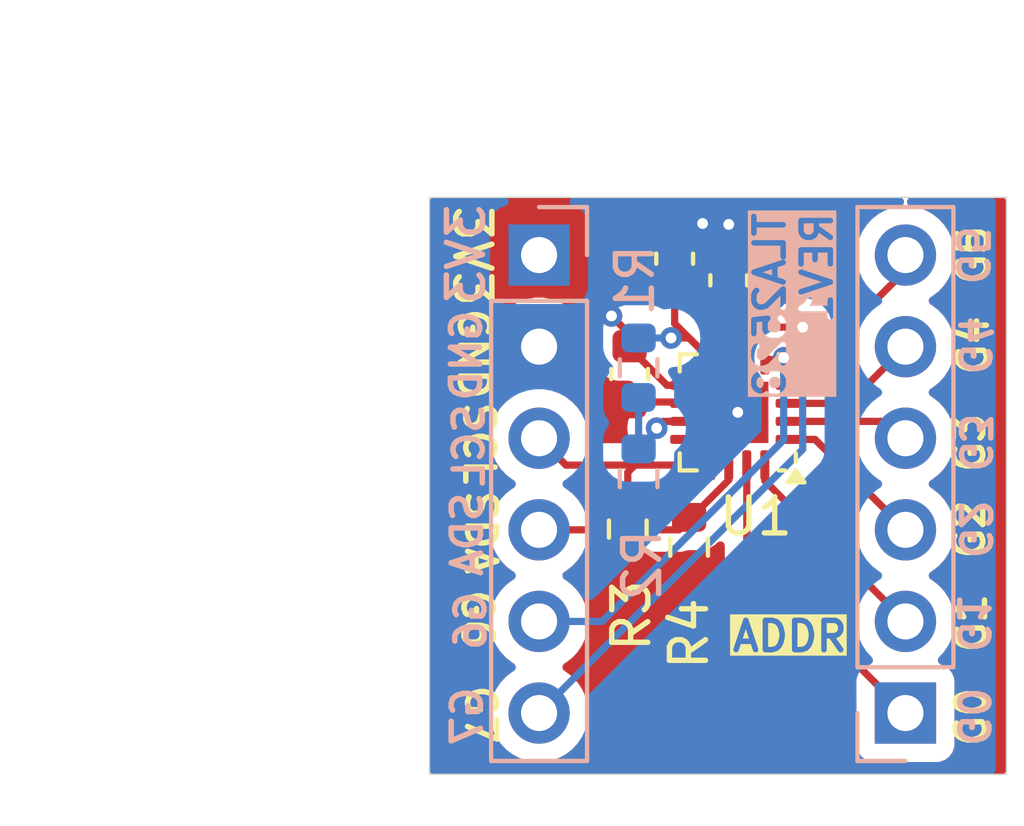
<source format=kicad_pcb>
(kicad_pcb (version 20240108) (generator "pcbnew") (generator_version "8.0")
  (title_block (rev "1"))
  (layers (0 "F.Cu" signal "Front") (31 "B.Cu" signal "Back") (34 "B.Paste" user) (35 "F.Paste" user) (36 "B.SilkS" user "B.Silkscreen") (37 "F.SilkS" user "F.Silkscreen") (38 "B.Mask" user) (39 "F.Mask" user) (44 "Edge.Cuts" user))
  (net 0 "")
  (net 1 "GND")
  (net 2 "+3V3")
  (net 3 "/DECAP")
  (net 4 "/ADDR")
  (net 5 "/SCL")
  (net 6 "/SDA")
  (net 7 "/GPIO0")
  (net 8 "/GPIO3")
  (net 9 "/GPIO6")
  (net 10 "/GPIO4")
  (net 11 "/GPIO2")
  (net 13 "/GPIO7")
  (net 14 "/GPIO5")
  (net 15 "/GPIO1")
  (footprint "Capacitor_SMD:C_0603_1608Metric" (layer "F.Cu") (at 133.3 101.7 -90)
    (property "Reference" "C2" (hide yes))
    (property "Value" "2.2uF")
    (fp_line (start -0.14058 0.51) (end 0.14058 0.51) (stroke (width 0.12)) (layer "F.SilkS"))
    (fp_line (start -0.14058 -0.51) (end 0.14058 -0.51) (stroke (width 0.12)) (layer "F.SilkS"))
    (pad "1" smd roundrect (at -0.775 0 270) (size 0.9 0.95) (layers "F.Cu" "F.Paste" "F.Mask") (net 1 "GND"))
    (pad "2" smd roundrect (at 0.775 0 270) (size 0.9 0.95) (layers "F.Cu" "F.Paste" "F.Mask") (net 3 "/DECAP"))
  )
  (footprint "Package_DFN_QFN:QFN-16-1EP_3x3mm_P0.5mm_EP1.7x1.7mm" (layer "F.Cu") (at 135.05 105.9625 180)
    (property "Reference" "U1" (at -0.5 -2.8875 0) (layer "F.SilkS"))
    (property "Value" "TLA2528")
    (fp_line (start 1.61 1.61) (end 1.61 1.135) (stroke (width 0.12)) (layer "F.SilkS"))
    (fp_line (start 1.61 -1.61) (end 1.61 -1.135) (stroke (width 0.12)) (layer "F.SilkS"))
    (fp_line (start 1.135 1.61) (end 1.61 1.61) (stroke (width 0.12)) (layer "F.SilkS"))
    (fp_line (start 1.135 -1.61) (end 1.61 -1.61) (stroke (width 0.12)) (layer "F.SilkS"))
    (fp_line (start -1.135 1.61) (end -1.61 1.61) (stroke (width 0.12)) (layer "F.SilkS"))
    (fp_line (start -1.135 -1.61) (end -1.31 -1.61) (stroke (width 0.12)) (layer "F.SilkS"))
    (fp_line (start -1.61 1.61) (end -1.61 1.135) (stroke (width 0.12)) (layer "F.SilkS"))
    (fp_line (start -1.61 -1.135) (end -1.61 -1.37) (stroke (width 0.12)) (layer "F.SilkS"))
    (fp_poly (pts (xy -1.61 -1.61) (xy -1.85 -1.94) (xy -1.37 -1.94) (xy -1.61 -1.61)) (stroke (width 0.12)) (fill solid) (layer "F.SilkS"))
    (pad "1" smd roundrect (at -1.4625 -0.75 180) (size 0.825 0.25) (layers "F.Cu" "F.Paste" "F.Mask") (net 11 "/GPIO2"))
    (pad "2" smd roundrect (at -1.4625 -0.25 180) (size 0.825 0.25) (layers "F.Cu" "F.Paste" "F.Mask") (net 8 "/GPIO3"))
    (pad "3" smd roundrect (at -1.4625 0.25 180) (size 0.825 0.25) (layers "F.Cu" "F.Paste" "F.Mask") (net 10 "/GPIO4"))
    (pad "4" smd roundrect (at -1.4625 0.75 180) (size 0.825 0.25) (layers "F.Cu" "F.Paste" "F.Mask") (net 14 "/GPIO5"))
    (pad "5" smd roundrect (at -0.75 1.4625 180) (size 0.25 0.825) (layers "F.Cu" "F.Paste" "F.Mask") (net 9 "/GPIO6"))
    (pad "6" smd roundrect (at -0.25 1.4625 180) (size 0.25 0.825) (layers "F.Cu" "F.Paste" "F.Mask") (net 13 "/GPIO7"))
    (pad "7" smd roundrect (at 0.25 1.4625 180) (size 0.25 0.825) (layers "F.Cu" "F.Paste" "F.Mask") (net 2 "+3V3"))
    (pad "8" smd roundrect (at 0.75 1.4625 180) (size 0.25 0.825) (layers "F.Cu" "F.Paste" "F.Mask") (net 3 "/DECAP"))
    (pad "9" smd roundrect (at 1.4625 0.75 180) (size 0.825 0.25) (layers "F.Cu" "F.Paste" "F.Mask") (net 1 "GND"))
    (pad "10" smd roundrect (at 1.4625 0.25 180) (size 0.825 0.25) (layers "F.Cu" "F.Paste" "F.Mask") (net 2 "+3V3"))
    (pad "11" smd roundrect (at 1.4625 -0.25 180) (size 0.825 0.25) (layers "F.Cu" "F.Paste" "F.Mask") (net 4 "/ADDR"))
    (pad "12" smd roundrect (at 1.4625 -0.75 180) (size 0.825 0.25) (layers "F.Cu" "F.Paste" "F.Mask"))
    (pad "13" smd roundrect (at 0.75 -1.4625 180) (size 0.25 0.825) (layers "F.Cu" "F.Paste" "F.Mask") (net 5 "/SCL"))
    (pad "14" smd roundrect (at 0.25 -1.4625 180) (size 0.25 0.825) (layers "F.Cu" "F.Paste" "F.Mask") (net 6 "/SDA"))
    (pad "15" smd roundrect (at -0.25 -1.4625 180) (size 0.25 0.825) (layers "F.Cu" "F.Paste" "F.Mask") (net 7 "/GPIO0"))
    (pad "16" smd roundrect (at -0.75 -1.4625 180) (size 0.25 0.825) (layers "F.Cu" "F.Paste" "F.Mask") (net 15 "/GPIO1"))
    (pad "17" smd rect (at 0 0 180) (size 1.7 1.7) (property pad_prop_heatsink) (layers "F.Cu" "F.Mask") (net 1 "GND"))
  )
  (footprint "Resistor_SMD:R_0603_1608Metric" (layer "F.Cu") (at 132 109.2 -90)
    (property "Reference" "R3" (at 2.4 -0.1 90) (layer "F.SilkS"))
    (property "Value" "10k")
    (fp_line (start -0.237258 0.5225) (end 0.237258 0.5225) (stroke (width 0.12)) (layer "F.SilkS"))
    (fp_line (start -0.237258 -0.5225) (end 0.237258 -0.5225) (stroke (width 0.12)) (layer "F.SilkS"))
    (pad "1" smd roundrect (at -0.825 0 270) (size 0.8 0.95) (layers "F.Cu" "F.Paste" "F.Mask") (net 5 "/SCL"))
    (pad "2" smd roundrect (at 0.825 0 270) (size 0.8 0.95) (layers "F.Cu" "F.Paste" "F.Mask") (net 2 "+3V3"))
  )
  (footprint "Capacitor_SMD:C_0603_1608Metric" (layer "F.Cu") (at 132.05 104.9 -90)
    (property "Reference" "C3" (hide yes))
    (property "Value" "2.2uF")
    (fp_line (start -0.14058 0.51) (end 0.14058 0.51) (stroke (width 0.12)) (layer "F.SilkS"))
    (fp_line (start -0.14058 -0.51) (end 0.14058 -0.51) (stroke (width 0.12)) (layer "F.SilkS"))
    (pad "1" smd roundrect (at -0.775 0 270) (size 0.9 0.95) (layers "F.Cu" "F.Paste" "F.Mask") (net 1 "GND"))
    (pad "2" smd roundrect (at 0.775 0 270) (size 0.9 0.95) (layers "F.Cu" "F.Paste" "F.Mask") (net 2 "+3V3"))
  )
  (footprint "Resistor_SMD:R_0603_1608Metric" (layer "F.Cu") (at 133.7 109.7 -90)
    (property "Reference" "R4" (at 2.4 0 90) (layer "F.SilkS"))
    (property "Value" "10k")
    (fp_line (start -0.237258 0.5225) (end 0.237258 0.5225) (stroke (width 0.12)) (layer "F.SilkS"))
    (fp_line (start -0.237258 -0.5225) (end 0.237258 -0.5225) (stroke (width 0.12)) (layer "F.SilkS"))
    (pad "1" smd roundrect (at -0.825 0 270) (size 0.8 0.95) (layers "F.Cu" "F.Paste" "F.Mask") (net 6 "/SDA"))
    (pad "2" smd roundrect (at 0.825 0 270) (size 0.8 0.95) (layers "F.Cu" "F.Paste" "F.Mask") (net 2 "+3V3"))
  )
  (footprint "Capacitor_SMD:C_0603_1608Metric" (layer "F.Cu") (at 134.8 102.3 -90)
    (property "Reference" "C1" (hide yes))
    (property "Value" "2.2uF")
    (fp_line (start -0.14058 0.51) (end 0.14058 0.51) (stroke (width 0.12)) (layer "F.SilkS"))
    (fp_line (start -0.14058 -0.51) (end 0.14058 -0.51) (stroke (width 0.12)) (layer "F.SilkS"))
    (pad "1" smd roundrect (at -0.775 0 270) (size 0.9 0.95) (layers "F.Cu" "F.Paste" "F.Mask") (net 1 "GND"))
    (pad "2" smd roundrect (at 0.775 0 270) (size 0.9 0.95) (layers "F.Cu" "F.Paste" "F.Mask") (net 2 "+3V3"))
  )
  (footprint "Resistor_SMD:R_0603_1608Metric" (layer "B.Cu") (at 132.3 107.8 -90)
    (property "Reference" "R2" (at 2.4 -0.1 90) (layer "B.SilkS") (effects (justify mirror)))
    (property "Value" "TBD")
    (fp_line (start 0.237258 0.5225) (end -0.237258 0.5225) (stroke (width 0.12)) (layer "B.SilkS"))
    (fp_line (start 0.237258 -0.5225) (end -0.237258 -0.5225) (stroke (width 0.12)) (layer "B.SilkS"))
    (pad "1" smd roundrect (at -0.825 0 270) (size 0.8 0.95) (layers "B.Cu" "B.Paste" "B.Mask") (net 4 "/ADDR"))
    (pad "2" smd roundrect (at 0.825 0 270) (size 0.8 0.95) (layers "B.Cu" "B.Paste" "B.Mask") (net 1 "GND"))
  )
  (footprint "Resistor_SMD:R_0603_1608Metric" (layer "B.Cu") (at 132.3 104.725 -90)
    (property "Reference" "R1" (at -2.425 0.1 90) (layer "B.SilkS") (effects (justify mirror)))
    (property "Value" "TBD")
    (fp_line (start 0.237258 0.5225) (end -0.237258 0.5225) (stroke (width 0.12)) (layer "B.SilkS"))
    (fp_line (start 0.237258 -0.5225) (end -0.237258 -0.5225) (stroke (width 0.12)) (layer "B.SilkS"))
    (pad "1" smd roundrect (at -0.825 0 270) (size 0.8 0.95) (layers "B.Cu" "B.Paste" "B.Mask") (net 3 "/DECAP"))
    (pad "2" smd roundrect (at 0.825 0 270) (size 0.8 0.95) (layers "B.Cu" "B.Paste" "B.Mask") (net 4 "/ADDR"))
  )
  (footprint "Connector_PinHeader_2.54mm:PinHeader_1x06_P2.54mm_Vertical" (layer "B.Cu") (at 129.54 101.6 180)
    (property "Reference" "J2" (hide yes))
    (property "Value" "Conn_01x06")
    (fp_line (start 1.33 -1.27) (end -1.33 -1.27) (stroke (width 0.12)) (layer "B.SilkS"))
    (fp_line (start 1.33 -14.03) (end 1.33 -1.27) (stroke (width 0.12)) (layer "B.SilkS"))
    (fp_line (start 1.33 -14.03) (end -1.33 -14.03) (stroke (width 0.12)) (layer "B.SilkS"))
    (fp_line (start 0 1.33) (end -1.33 1.33) (stroke (width 0.12)) (layer "B.SilkS"))
    (fp_line (start -1.33 1.33) (end -1.33 0) (stroke (width 0.12)) (layer "B.SilkS"))
    (fp_line (start -1.33 -14.03) (end -1.33 -1.27) (stroke (width 0.12)) (layer "B.SilkS"))
    (pad "1" thru_hole rect (at 0 0 180) (size 1.7 1.7) (drill 1) (layers "*.Cu" "*.Mask") (net 2 "+3V3"))
    (pad "2" thru_hole oval (at 0 -2.54 180) (size 1.7 1.7) (drill 1) (layers "*.Cu" "*.Mask") (net 1 "GND"))
    (pad "3" thru_hole oval (at 0 -5.08 180) (size 1.7 1.7) (drill 1) (layers "*.Cu" "*.Mask") (net 5 "/SCL"))
    (pad "4" thru_hole oval (at 0 -7.62 180) (size 1.7 1.7) (drill 1) (layers "*.Cu" "*.Mask") (net 6 "/SDA"))
    (pad "5" thru_hole oval (at 0 -10.16 180) (size 1.7 1.7) (drill 1) (layers "*.Cu" "*.Mask") (net 9 "/GPIO6"))
    (pad "6" thru_hole oval (at 0 -12.7 180) (size 1.7 1.7) (drill 1) (layers "*.Cu" "*.Mask") (net 13 "/GPIO7"))
  )
  (footprint "Connector_PinHeader_2.54mm:PinHeader_1x06_P2.54mm_Vertical" (layer "B.Cu") (at 139.7 114.3)
    (property "Reference" "J1" (hide yes))
    (property "Value" "Conn_01x06")
    (fp_line (start -1.33 -14.03) (end -1.33 -1.27) (stroke (width 0.12)) (layer "B.SilkS"))
    (fp_line (start -1.33 1.33) (end -1.33 0) (stroke (width 0.12)) (layer "B.SilkS"))
    (fp_line (start 0 1.33) (end -1.33 1.33) (stroke (width 0.12)) (layer "B.SilkS"))
    (fp_line (start 1.33 -14.03) (end -1.33 -14.03) (stroke (width 0.12)) (layer "B.SilkS"))
    (fp_line (start 1.33 -14.03) (end 1.33 -1.27) (stroke (width 0.12)) (layer "B.SilkS"))
    (fp_line (start 1.33 -1.27) (end -1.33 -1.27) (stroke (width 0.12)) (layer "B.SilkS"))
    (pad "1" thru_hole rect (at 0 0) (size 1.7 1.7) (drill 1) (layers "*.Cu" "*.Mask") (net 7 "/GPIO0"))
    (pad "2" thru_hole oval (at 0 -2.54) (size 1.7 1.7) (drill 1) (layers "*.Cu" "*.Mask") (net 15 "/GPIO1"))
    (pad "3" thru_hole oval (at 0 -5.08) (size 1.7 1.7) (drill 1) (layers "*.Cu" "*.Mask") (net 11 "/GPIO2"))
    (pad "4" thru_hole oval (at 0 -7.62) (size 1.7 1.7) (drill 1) (layers "*.Cu" "*.Mask") (net 8 "/GPIO3"))
    (pad "5" thru_hole oval (at 0 -10.16) (size 1.7 1.7) (drill 1) (layers "*.Cu" "*.Mask") (net 10 "/GPIO4"))
    (pad "6" thru_hole oval (at 0 -12.7) (size 1.7 1.7) (drill 1) (layers "*.Cu" "*.Mask") (net 14 "/GPIO5"))
  )
  (gr_rect (start 126.5 100) (end 142.5 116) (stroke (width 0.0381)) (fill none) (layer "Edge.Cuts"))
  (gr_text "G2" (at 141.1459 110.1 -90) (layer "B.SilkS") (effects (font (size 0.8128 0.8128) (thickness 0.1524) (bold yes)) (justify left bottom mirror)))
  (gr_text "GND" (at 128 103.05 90) (layer "B.SilkS") (effects (font (size 0.8128 0.8128) (thickness 0.1524) (bold yes)) (justify left bottom mirror)))
  (gr_text "G5" (at 141.075 102.5 -90) (layer "B.SilkS") (effects (font (size 0.8128 0.8128) (thickness 0.1524) (bold yes)) (justify left bottom mirror)))
  (gr_text "G1" (at 141.0959 112.7 -90) (layer "B.SilkS") (effects (font (size 0.8128 0.8128) (thickness 0.1524) (bold yes)) (justify left bottom mirror)))
  (gr_text "G0" (at 141.0959 115.3 -90) (layer "B.SilkS") (effects (font (size 0.8128 0.8128) (thickness 0.1524) (bold yes)) (justify left bottom mirror)))
  (gr_text "G6" (at 128.122276 110.85 90) (layer "B.SilkS") (effects (font (size 0.8128 0.8128) (thickness 0.1524) (bold yes)) (justify left bottom mirror)))
  (gr_text "G7\n" (at 128.022276 113.5 -270) (layer "B.SilkS") (effects (font (size 0.8128 0.8128) (thickness 0.1524) (bold yes)) (justify left bottom mirror)))
  (gr_text "G4" (at 141.125 105 -90) (layer "B.SilkS") (effects (font (size 0.8128 0.8128) (thickness 0.1524) (bold yes)) (justify left bottom mirror)))
  (gr_text "3V3" (at 128.1 100.1 90) (layer "B.SilkS") (effects (font (size 1 1) (thickness 0.1524) (bold yes)) (justify left bottom mirror)))
  (gr_text "G3" (at 141.1459 107.7 -90) (layer "B.SilkS") (effects (font (size 0.8128 0.8128) (thickness 0.1524) (bold yes)) (justify left bottom mirror)))
  (gr_text "SCL" (at 128.072276 105.65 90) (layer "B.SilkS") (effects (font (size 0.8128 0.8128) (thickness 0.1524) (bold yes)) (justify left bottom mirror)))
  (gr_text "SDA" (at 128.022276 108.1 90) (layer "B.SilkS") (effects (font (size 0.8128 0.8128) (thickness 0.1524) (bold yes)) (justify left bottom mirror)))
  (gr_text "TLA2528\nREV1" (at 137.725 100.35 90) (layer "B.SilkS" knockout) (effects (font (size 0.8128 0.8128) (thickness 0.1524) (bold yes)) (justify left bottom mirror)))
  (gr_text "G5" (at 142.05 102.5 90) (layer "F.SilkS") (effects (font (size 0.8128 0.8128) (thickness 0.1524) (bold yes)) (justify left bottom)))
  (gr_text "G3" (at 141.95 107.7 90) (layer "F.SilkS") (effects (font (size 0.8128 0.8128) (thickness 0.1524) (bold yes)) (justify left bottom)))
  (gr_text "G0" (at 142 115.3 90) (layer "F.SilkS") (effects (font (size 0.8128 0.8128) (thickness 0.1524) (bold yes)) (justify left bottom)))
  (gr_text "ADDR" (at 134.825 112.65 -0) (layer "F.SilkS" knockout) (effects (font (size 0.8128 0.8128) (thickness 0.1524) (bold yes)) (justify left bottom)))
  (gr_text "G2" (at 141.95 110.1 90) (layer "F.SilkS") (effects (font (size 0.8128 0.8128) (thickness 0.1524) (bold yes)) (justify left bottom)))
  (gr_text "SDA" (at 127.45 108.05 -90) (layer "F.SilkS") (effects (font (size 0.8128 0.8128) (thickness 0.1524) (bold yes)) (justify left bottom)))
  (gr_text "G1" (at 142 112.7 90) (layer "F.SilkS") (effects (font (size 0.8128 0.8128) (thickness 0.1524) (bold yes)) (justify left bottom)))
  (gr_text "3V3" (at 127.1 100.15 -90) (layer "F.SilkS") (effects (font (size 1 1) (thickness 0.1524) (bold yes)) (justify left bottom)))
  (gr_text "SCL" (at 127.4 105.6 -90) (layer "F.SilkS") (effects (font (size 0.8128 0.8128) (thickness 0.1524) (bold yes)) (justify left bottom)))
  (gr_text "G7\n" (at 127.45 113.45 270) (layer "F.SilkS") (effects (font (size 0.8128 0.8128) (thickness 0.1524) (bold yes)) (justify left bottom)))
  (gr_text "G4" (at 142.05 105 90) (layer "F.SilkS") (effects (font (size 0.8128 0.8128) (thickness 0.1524) (bold yes)) (justify left bottom)))
  (gr_text "GND" (at 127.25 103 -90) (layer "F.SilkS") (effects (font (size 0.8128 0.8128) (thickness 0.1524) (bold yes)) (justify left bottom)))
  (gr_text "G6" (at 127.35 110.8 -90) (layer "F.SilkS") (effects (font (size 0.8128 0.8128) (thickness 0.1524) (bold yes)) (justify left bottom)))
  (segment (start 133.3 100.925) (end 133.875 100.925) (width 0.6) (layer "F.Cu") (net 1))
  (segment (start 133.875 100.925) (end 134.075 100.725) (width 0.6) (layer "F.Cu") (net 1))
  (segment (start 134.8 101.525) (end 134.8 100.75) (width 0.6) (layer "F.Cu") (net 1))
  (segment (start 132 104.125) (end 132 103.740683) (width 0.2) (layer "F.Cu") (net 1))
  (segment (start 133.5875 105.2125) (end 133.0875 105.2125) (width 0.2) (layer "F.Cu") (net 1))
  (segment (start 133.0875 105.2125) (end 132 104.125) (width 0.2) (layer "F.Cu") (net 1))
  (segment (start 132 103.740683) (end 131.547823 103.288506) (width 0.2) (layer "F.Cu") (net 1))
  (via (at 131.547823 103.288506) (size 0.6) (drill 0.3) (layers "F.Cu" "B.Cu") (net 1))
  (via (at 134.8 100.75) (size 0.6) (drill 0.3) (layers "F.Cu" "B.Cu") (net 1))
  (via (at 135.05 105.9625) (size 0.6) (drill 0.3) (layers "F.Cu" "B.Cu") (net 1))
  (via (at 134.075 100.725) (size 0.6) (drill 0.3) (layers "F.Cu" "B.Cu") (net 1))
  (segment (start 133.55 105.675) (end 133.5875 105.7125) (width 0.2) (layer "F.Cu") (net 2))
  (segment (start 132 110.025) (end 131.125 110.025) (width 0.2) (layer "F.Cu") (net 2))
  (segment (start 131.932682 105.742318) (end 132 105.675) (width 0.6) (layer "F.Cu") (net 2))
  (segment (start 130.817 105.161318) (end 130.817 102.877) (width 0.6) (layer "F.Cu") (net 2))
  (segment (start 129.542 101.602) (end 129.54 101.6) (width 0.2) (layer "F.Cu") (net 2))
  (segment (start 131.398 105.742318) (end 130.817 105.161318) (width 0.6) (layer "F.Cu") (net 2))
  (segment (start 133.2 110.025) (end 133.7 110.525) (width 0.2) (layer "F.Cu") (net 2))
  (segment (start 130.817 102.877) (end 129.54 101.6) (width 0.6) (layer "F.Cu") (net 2))
  (segment (start 132 105.675) (end 133.55 105.675) (width 0.2) (layer "F.Cu") (net 2))
  (segment (start 134.8 103.075) (end 134.8 102.85454) (width 0.2) (layer "F.Cu") (net 2))
  (segment (start 131.398 105.742318) (end 131.932682 105.742318) (width 0.6) (layer "F.Cu") (net 2))
  (segment (start 132 110.025) (end 133.2 110.025) (width 0.2) (layer "F.Cu") (net 2))
  (segment (start 134.8 104.5) (end 134.8 103.075) (width 0.2) (layer "F.Cu") (net 2))
  (segment (start 131.125 110.025) (end 131 109.9) (width 0.2) (layer "F.Cu") (net 2))
  (segment (start 134.8 102.85454) (end 133.54746 101.602) (width 0.2) (layer "F.Cu") (net 2))
  (segment (start 133.54746 101.602) (end 129.542 101.602) (width 0.2) (layer "F.Cu") (net 2))
  (segment (start 133.95 104.15) (end 133.3 103.5) (width 0.2) (layer "F.Cu") (net 3))
  (segment (start 133.3 103.5) (end 133.3 102.475) (width 0.2) (layer "F.Cu") (net 3))
  (segment (start 133.7 103.9) (end 133.95 104.15) (width 0.2) (layer "F.Cu") (net 3))
  (segment (start 133.2 103.9) (end 133.7 103.9) (width 0.2) (layer "F.Cu") (net 3))
  (segment (start 134.3 104.5) (end 133.95 104.15) (width 0.2) (layer "F.Cu") (net 3))
  (via (at 133.2 103.9) (size 0.6) (drill 0.3) (layers "F.Cu" "B.Cu") (net 3))
  (segment (start 132.3 103.9) (end 133.2 103.9) (width 0.2) (layer "B.Cu") (net 3))
  (segment (start 133.5875 106.2125) (end 132.9875 106.2125) (width 0.2) (layer "F.Cu") (net 4))
  (segment (start 132.9875 106.2125) (end 132.8 106.4) (width 0.2) (layer "F.Cu") (net 4))
  (via (at 132.8 106.4) (size 0.6) (drill 0.3) (layers "F.Cu" "B.Cu") (net 4))
  (segment (start 132.8 106.4) (end 132.8 106.475) (width 0.2) (layer "B.Cu") (net 4))
  (segment (start 132.8 106.475) (end 132.3 106.975) (width 0.2) (layer "B.Cu") (net 4))
  (segment (start 132.3 105.55) (end 132.3 106.975) (width 0.2) (layer "B.Cu") (net 4))
  (segment (start 130.285 107.425) (end 129.54 106.68) (width 0.2) (layer "F.Cu") (net 5))
  (segment (start 134.3 107.425) (end 132.2 107.425) (width 0.2) (layer "F.Cu") (net 5))
  (segment (start 132.2 107.425) (end 130.285 107.425) (width 0.2) (layer "F.Cu") (net 5))
  (segment (start 132 108.375) (end 132 107.625) (width 0.2) (layer "F.Cu") (net 5))
  (segment (start 132 107.625) (end 132.2 107.425) (width 0.2) (layer "F.Cu") (net 5))
  (segment (start 133.417499 109.22) (end 129.54 109.22) (width 0.2) (layer "F.Cu") (net 6))
  (segment (start 134.8 107.425) (end 134.8 107.837499) (width 0.2) (layer "F.Cu") (net 6))
  (segment (start 134.8 107.837499) (end 133.417499 109.22) (width 0.2) (layer "F.Cu") (net 6))
  (segment (start 135.3 107.425) (end 135.3 109.9) (width 0.2) (layer "F.Cu") (net 7))
  (segment (start 135.3 109.9) (end 139.7 114.3) (width 0.2) (layer "F.Cu") (net 7))
  (segment (start 139.2325 106.2125) (end 139.7 106.68) (width 0.2) (layer "F.Cu") (net 8))
  (segment (start 136.5125 106.2125) (end 139.2325 106.2125) (width 0.2) (layer "F.Cu") (net 8))
  (segment (start 135.8 104.5) (end 136.273 104.5) (width 0.2) (layer "F.Cu") (net 9))
  (segment (start 136.273 104.5) (end 136.323 104.45) (width 0.2) (layer "F.Cu") (net 9))
  (via (at 136.323 104.45) (size 0.6) (drill 0.3) (layers "F.Cu" "B.Cu") (net 9))
  (segment (start 136.323 106.727) (end 131.29 111.76) (width 0.2) (layer "B.Cu") (net 9))
  (segment (start 131.29 111.76) (end 129.54 111.76) (width 0.2) (layer "B.Cu") (net 9))
  (segment (start 136.323 104.45) (end 136.323 106.727) (width 0.2) (layer "B.Cu") (net 9))
  (segment (start 136.5125 105.7125) (end 138.1275 105.7125) (width 0.2) (layer "F.Cu") (net 10))
  (segment (start 138.1275 105.7125) (end 139.7 104.14) (width 0.2) (layer "F.Cu") (net 10))
  (segment (start 137.1925 106.7125) (end 139.7 109.22) (width 0.2) (layer "F.Cu") (net 11))
  (segment (start 136.5125 106.7125) (end 137.1925 106.7125) (width 0.2) (layer "F.Cu") (net 11))
  (segment (start 135.3 104.176354) (end 135.3 104.5) (width 0.2) (layer "F.Cu") (net 13))
  (segment (start 135.876354 103.6) (end 135.3 104.176354) (width 0.2) (layer "F.Cu") (net 13))
  (segment (start 136.85 103.6) (end 135.876354 103.6) (width 0.2) (layer "F.Cu") (net 13))
  (via (at 136.85 103.6) (size 0.6) (drill 0.3) (layers "F.Cu" "B.Cu") (net 13))
  (segment (start 136.85 106.99) (end 129.54 114.3) (width 0.2) (layer "B.Cu") (net 13))
  (segment (start 136.85 103.6) (end 136.85 106.99) (width 0.2) (layer "B.Cu") (net 13))
  (segment (start 136.5125 105.2125) (end 139.7 102.025) (width 0.2) (layer "F.Cu") (net 14))
  (segment (start 139.7 102.025) (end 139.7 101.6) (width 0.2) (layer "F.Cu") (net 14))
  (segment (start 135.8 107.86) (end 139.7 111.76) (width 0.2) (layer "F.Cu") (net 15))
  (segment (start 135.8 107.425) (end 135.8 107.86) (width 0.2) (layer "F.Cu") (net 15))
  (zone (net 2) (net_name "+3V3") (layer "F.Cu") (priority 1) (connect_pads yes (clearance 0.508)) (min_thickness 0.25) (fill yes (thermal_gap 0.5) (thermal_bridge_width 0.5))
    (polygon (pts (xy 126 99) (xy 143 99) (xy 143 117) (xy 126 117)))
  )
  (zone (net 1) (net_name "GND") (layer "B.Cu") (connect_pads yes (clearance 0.508)) (min_thickness 0.25) (fill yes (thermal_gap 0.5) (thermal_bridge_width 0.5))
    (polygon (pts (xy 125.65 98.95) (xy 142.15 98.95) (xy 142.2 99) (xy 142.2 117.4) (xy 142.15 117.45) (xy 125.65 117.45)))
  )
)
</source>
